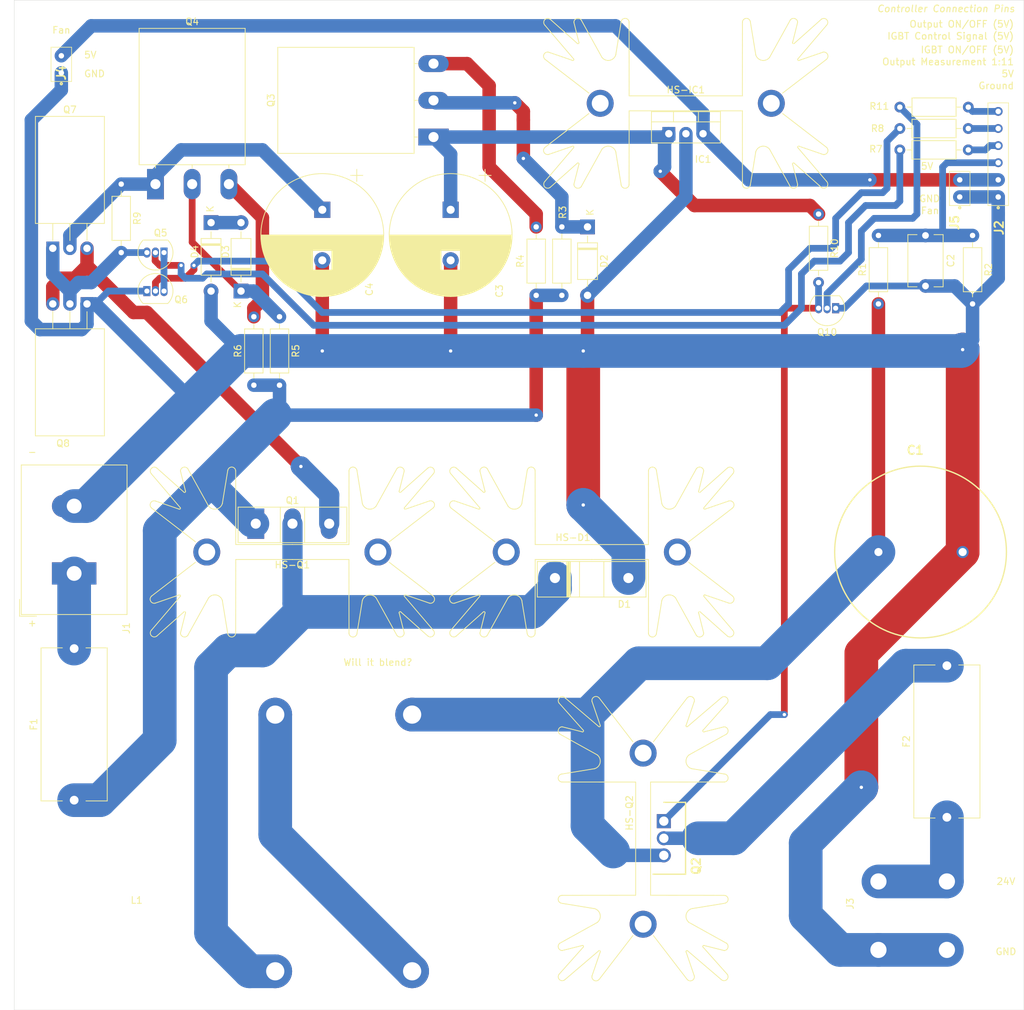
<source format=kicad_pcb>
(kicad_pcb (version 20171130) (host pcbnew "(5.1.7)-1")
  (layers (0 F.Cu signal) (31 B.Cu signal) (34 B.Paste user) (35 F.Paste user) (36 B.SilkS user) (37 F.SilkS user) (38 B.Mask user) (39 F.Mask user) (44 Edge.Cuts user))
  (net 0 "")
  (net 1 "Net-(C1-Pad1)")
  (net 2 "Net-(C1-Pad2)")
  (net 3 "Net-(C2-Pad1)")
  (net 4 "Net-(C3-Pad1)")
  (net 5 "Net-(C4-Pad1)")
  (net 6 "Net-(D1-Pad1)")
  (net 7 "Net-(D2-Pad1)")
  (net 8 "Net-(D3-Pad1)")
  (net 9 "Net-(D3-Pad2)")
  (net 10 "Net-(F1-Pad2)")
  (net 11 "Net-(F1-Pad1)")
  (net 12 "Net-(F2-Pad1)")
  (net 13 "Net-(F2-Pad2)")
  (net 14 "Net-(HS-D1-Pad1)")
  (net 15 "Net-(HS-IC1-Pad1)")
  (net 16 "Net-(HS-Q1-Pad1)")
  (net 17 "Net-(HS-Q2-Pad1)")
  (net 18 "Net-(IC1-Pad3)")
  (net 19 "Net-(J2-Pad4)")
  (net 20 "Net-(J2-Pad5)")
  (net 21 "Net-(J2-Pad6)")
  (net 22 "Net-(Q1-Pad3)")
  (net 23 "Net-(Q10-Pad3)")
  (net 24 "Net-(Q3-Pad3)")
  (net 25 "Net-(Q4-Pad3)")
  (net 26 "Net-(Q5-Pad1)")
  (net 27 "Net-(Q5-Pad3)")
  (net 28 "Net-(Q5-Pad2)")
  (net 29 "Net-(Q6-Pad2)")
  (net 30 "Net-(Q10-Pad2)")
  (net 31 "Net-(L1-Pad2)")
  (module dcconverter:rb8522_size5 (layer F.Cu) (at 66.04 142.875)
    (fp_text reference L1 (at -30.734 8.509) (layer F.SilkS))
    (fp_text value 769-0587)
    (pad "" np_thru_hole circle (at -27 0) (size 3.4 3.4) (drill 3.4) (layers *.Cu *.Mask))
    (pad "" np_thru_hole circle (at 27 0) (size 3.4 3.4) (drill 3.4) (layers *.Cu *.Mask))
    (pad 3 thru_hole circle (at -10.16 -19.05) (size 5 5) (drill 2.7) (layers *.Cu *.Mask) (net 31 "Net-(L1-Pad2)"))
    (pad 1 thru_hole circle (at -10.16 19.05) (size 5 5) (drill 2.7) (layers *.Cu *.Mask) (net 6 "Net-(D1-Pad1)"))
    (pad 4 thru_hole circle (at 10.16 -19.05) (size 5 5) (drill 2.7) (layers *.Cu *.Mask) (net 1 "Net-(C1-Pad1)"))
    (pad 2 thru_hole circle (at 10.16 19.05) (size 5 5) (drill 2.7) (layers *.Cu *.Mask) (net 31 "Net-(L1-Pad2)"))
  )
  (module Capacitor_THT:CP_Radial_D18.0mm_P7.50mm (layer F.Cu) (at 62.865 48.895 270)
    (fp_text reference C4 (at 11.811 -6.985 90) (layer F.SilkS))
    (fp_text value 711-2096)
    (pad 2 thru_hole circle (at 7.5 0 270) (size 2.4 2.4) (drill 1.2) (layers *.Cu *.Mask) (net 2 "Net-(C1-Pad2)"))
    (pad 1 thru_hole rect (at 0 0 270) (size 2.4 2.4) (drill 1.2) (layers *.Cu *.Mask) (net 5 "Net-(C4-Pad1)"))
  )
  (module Capacitor_THT:CP_Radial_D18.0mm_P7.50mm (layer F.Cu) (at 81.915 48.895 270)
    (fp_text reference C3 (at 12.065 -7.239 90) (layer F.SilkS))
    (fp_text value 711-2096)
    (pad 2 thru_hole circle (at 7.5 0 270) (size 2.4 2.4) (drill 1.2) (layers *.Cu *.Mask) (net 2 "Net-(C1-Pad2)"))
    (pad 1 thru_hole rect (at 0 0 270) (size 2.4 2.4) (drill 1.2) (layers *.Cu *.Mask) (net 4 "Net-(C3-Pad1)"))
  )
  (module Heatsink:Heatsink_Fischer_SK129-STS_42x25mm_2xDrill2.5mm (layer F.Cu) (at 58.42 99.695)
    (fp_text reference HS-Q1 (at 0 1.905) (layer F.SilkS))
    (fp_text value 893-4942)
    (pad 1 thru_hole circle (at -12.7 0 180) (size 4 4) (drill 2.5) (layers *.Cu *.Mask) (net 16 "Net-(HS-Q1-Pad1)"))
    (pad 1 thru_hole circle (at 12.7 0) (size 4 4) (drill 2.5) (layers *.Cu *.Mask) (net 16 "Net-(HS-Q1-Pad1)"))
  )
  (module Package_TO_SOT_THT:TO-220-3_Horizontal_TabDown (layer F.Cu) (at 27.94 62.865 180)
    (fp_text reference Q8 (at 3.556 -20.701) (layer F.SilkS))
    (fp_text value 671-4809)
    (pad 3 thru_hole oval (at 5.08 0 180) (size 1.905 2) (drill 1.1) (layers *.Cu *.Mask) (net 22 "Net-(Q1-Pad3)"))
    (pad 2 thru_hole oval (at 2.54 0 180) (size 1.905 2) (drill 1.1) (layers *.Cu *.Mask) (net 27 "Net-(Q5-Pad3)"))
    (pad 1 thru_hole rect (at 0 0 180) (size 1.905 2) (drill 1.1) (layers *.Cu *.Mask) (net 2 "Net-(C1-Pad2)"))
    (pad "" np_thru_hole oval (at 2.54 -16.66 180) (size 3.5 3.5) (drill 3.5) (layers *.Cu *.Mask))
  )
  (module SamacSys_Parts:CES-102-XX-Y-S (layer F.Cu) (at 157.48 46.99 90)
    (fp_text reference J5 (at -3.81 -0.762 90) (layer F.SilkS) (effects (font (size 1.27 1.27) (thickness 0.254))))
    (fp_text value 766-6604 hide)
    (pad 2 thru_hole circle (at 2.54 0 90) (size 1.31 1.31) (drill 0.81) (layers *.Cu *.Mask) (net 18 "Net-(IC1-Pad3)"))
    (pad 1 thru_hole circle (at 0 0 90) (size 1.31 1.31) (drill 0.81) (layers *.Cu *.Mask) (net 2 "Net-(C1-Pad2)"))
  )
  (module SamacSys_Parts:CES-102-XX-Y-S (layer F.Cu) (at 24.13 28.575 90)
    (fp_text reference J4 (at 0 0 90) (layer F.SilkS) (effects (font (size 1.27 1.27) (thickness 0.254))))
    (fp_text value 766-6604 hide)
    (pad 2 thru_hole circle (at 2.54 0 90) (size 1.31 1.31) (drill 0.81) (layers *.Cu *.Mask) (net 18 "Net-(IC1-Pad3)"))
    (pad 1 thru_hole circle (at 0 0 90) (size 1.31 1.31) (drill 0.81) (layers *.Cu *.Mask) (net 2 "Net-(C1-Pad2)"))
  )
  (module SamacSys_Parts:CAPPRD1250W100D2550H5200 (layer F.Cu) (at 145.415 99.695)
    (fp_text reference C1 (at 5.461 -15.113) (layer F.SilkS) (effects (font (size 1.27 1.27) (thickness 0.254))))
    (fp_text value 845-4749 hide)
    (pad 1 thru_hole rect (at 0 0) (size 1.8 1.8) (drill 1.2) (layers *.Cu *.Mask) (net 1 "Net-(C1-Pad1)"))
    (pad 2 thru_hole circle (at 12.5 0) (size 1.8 1.8) (drill 1.2) (layers *.Cu *.Mask) (net 2 "Net-(C1-Pad2)"))
  )
  (module Capacitor_THT:C_Disc_D7.5mm_W5.0mm_P7.50mm (layer F.Cu) (at 152.4 52.705 270)
    (fp_text reference C2 (at 3.75 -3.75 90) (layer F.SilkS))
    (fp_text value 831-2929)
    (pad 1 thru_hole circle (at 0 0 270) (size 2 2) (drill 1) (layers *.Cu *.Mask) (net 3 "Net-(C2-Pad1)"))
    (pad 2 thru_hole circle (at 7.5 0 270) (size 2 2) (drill 1) (layers *.Cu *.Mask) (net 2 "Net-(C1-Pad2)"))
  )
  (module Diode_THT:D_DO-247_Vertical (layer F.Cu) (at 97.4 103.555)
    (fp_text reference D1 (at 10.296 3.887) (layer F.SilkS))
    (fp_text value 192-966)
    (pad 1 thru_hole rect (at 0 0) (size 2.5 4.5) (drill 1.5) (layers *.Cu *.Mask) (net 6 "Net-(D1-Pad1)"))
    (pad 2 thru_hole oval (at 10.9 0) (size 2.5 4.5) (drill 1.5) (layers *.Cu *.Mask) (net 2 "Net-(C1-Pad2)"))
  )
  (module Diode_THT:D_DO-41_SOD81_P10.16mm_Horizontal (layer F.Cu) (at 102.235 51.435 270)
    (fp_text reference D2 (at 5.08 -2.47 90) (layer F.SilkS))
    (fp_text value 805-0094)
    (fp_text user K (at -2.159 -0.381 90) (layer F.SilkS))
    (pad 1 thru_hole rect (at 0 0 270) (size 2.2 2.2) (drill 1.1) (layers *.Cu *.Mask) (net 7 "Net-(D2-Pad1)"))
    (pad 2 thru_hole oval (at 10.16 0 270) (size 2.2 2.2) (drill 1.1) (layers *.Cu *.Mask) (net 2 "Net-(C1-Pad2)"))
  )
  (module Diode_THT:D_DO-41_SOD81_P10.16mm_Horizontal (layer F.Cu) (at 50.8 60.96 90)
    (fp_text reference D3 (at 5.842 -2.286 90) (layer F.SilkS))
    (fp_text value 800-8872)
    (fp_text user K (at -2.032 -0.508 90) (layer F.SilkS))
    (pad 1 thru_hole rect (at 0 0 90) (size 2.2 2.2) (drill 1.1) (layers *.Cu *.Mask) (net 8 "Net-(D3-Pad1)"))
    (pad 2 thru_hole oval (at 10.16 0 90) (size 2.2 2.2) (drill 1.1) (layers *.Cu *.Mask) (net 9 "Net-(D3-Pad2)"))
  )
  (module Diode_THT:D_DO-41_SOD81_P10.16mm_Horizontal (layer F.Cu) (at 46.355 50.8 270)
    (fp_text reference D4 (at 4.318 2.413 90) (layer F.SilkS))
    (fp_text value 800-8872)
    (fp_text user K (at -2.032 0.127 90) (layer F.SilkS))
    (pad 2 thru_hole oval (at 10.16 0 270) (size 2.2 2.2) (drill 1.1) (layers *.Cu *.Mask) (net 2 "Net-(C1-Pad2)"))
    (pad 1 thru_hole rect (at 0 0 270) (size 2.2 2.2) (drill 1.1) (layers *.Cu *.Mask) (net 9 "Net-(D3-Pad2)"))
  )
  (module Fuse:Fuseholder_Cylinder-5x20mm_Schurter_0031_8201_Horizontal_Open (layer F.Cu) (at 26.035 136.525 90)
    (fp_text reference F1 (at 11.25 -6 90) (layer F.SilkS))
    (fp_text value 176-9047)
    (pad "" np_thru_hole circle (at 11.25 0 90) (size 2.7 2.7) (drill 2.7) (layers *.Cu *.Mask))
    (pad 2 thru_hole circle (at 22.5 0 90) (size 3 3) (drill 1.3) (layers *.Cu *.Mask) (net 10 "Net-(F1-Pad2)"))
    (pad 1 thru_hole circle (at 0 0 90) (size 3 3) (drill 1.3) (layers *.Cu *.Mask) (net 11 "Net-(F1-Pad1)"))
  )
  (module Fuse:Fuseholder_Cylinder-5x20mm_Schurter_0031_8201_Horizontal_Open (layer F.Cu) (at 155.575 139.065 90)
    (fp_text reference F2 (at 11.25 -6 90) (layer F.SilkS))
    (fp_text value 176-9047)
    (pad 1 thru_hole circle (at 0 0 90) (size 3 3) (drill 1.3) (layers *.Cu *.Mask) (net 12 "Net-(F2-Pad1)"))
    (pad 2 thru_hole circle (at 22.5 0 90) (size 3 3) (drill 1.3) (layers *.Cu *.Mask) (net 13 "Net-(F2-Pad2)"))
    (pad "" np_thru_hole circle (at 11.25 0 90) (size 2.7 2.7) (drill 2.7) (layers *.Cu *.Mask))
  )
  (module Heatsink:Heatsink_Fischer_SK129-STS_42x25mm_2xDrill2.5mm (layer F.Cu) (at 102.87 99.695 180)
    (fp_text reference HS-D1 (at 2.794 2.159) (layer F.SilkS))
    (fp_text value 893-4942)
    (pad 1 thru_hole circle (at 12.7 0 180) (size 4 4) (drill 2.5) (layers *.Cu *.Mask) (net 14 "Net-(HS-D1-Pad1)"))
    (pad 1 thru_hole circle (at -12.7 0) (size 4 4) (drill 2.5) (layers *.Cu *.Mask) (net 14 "Net-(HS-D1-Pad1)"))
  )
  (module Heatsink:Heatsink_Fischer_SK129-STS_42x25mm_2xDrill2.5mm (layer F.Cu) (at 116.815001 33.090001)
    (fp_text reference HS-IC1 (at 0 -2) (layer F.SilkS))
    (fp_text value 893-4942)
    (pad 1 thru_hole circle (at 12.7 0) (size 4 4) (drill 2.5) (layers *.Cu *.Mask) (net 15 "Net-(HS-IC1-Pad1)"))
    (pad 1 thru_hole circle (at -12.7 0 180) (size 4 4) (drill 2.5) (layers *.Cu *.Mask) (net 15 "Net-(HS-IC1-Pad1)"))
  )
  (module Heatsink:Heatsink_Fischer_SK129-STS_42x25mm_2xDrill2.5mm (layer F.Cu) (at 110.49 142.24 90)
    (fp_text reference HS-Q2 (at 3.81 -2.032 90) (layer F.SilkS))
    (fp_text value 893-4942)
    (pad 1 thru_hole circle (at -12.7 0 270) (size 4 4) (drill 2.5) (layers *.Cu *.Mask) (net 17 "Net-(HS-Q2-Pad1)"))
    (pad 1 thru_hole circle (at 12.7 0 90) (size 4 4) (drill 2.5) (layers *.Cu *.Mask) (net 17 "Net-(HS-Q2-Pad1)"))
  )
  (module Package_TO_SOT_THT:TO-220-3_Vertical (layer F.Cu) (at 114.3 37.6)
    (fp_text reference IC1 (at 5.08 3.802) (layer F.SilkS))
    (fp_text value NCP7805TG)
    (pad 1 thru_hole rect (at 0 0) (size 1.905 2) (drill 1.1) (layers *.Cu *.Mask) (net 4 "Net-(C3-Pad1)"))
    (pad 2 thru_hole oval (at 2.54 0) (size 1.905 2) (drill 1.1) (layers *.Cu *.Mask) (net 2 "Net-(C1-Pad2)"))
    (pad 3 thru_hole oval (at 5.08 0) (size 1.905 2) (drill 1.1) (layers *.Cu *.Mask) (net 18 "Net-(IC1-Pad3)"))
  )
  (module TerminalBlock_Dinkle:TerminalBlock_Dinkle_DT-55-B01X-02_P10.00mm (layer F.Cu) (at 26.035 102.87 90)
    (fp_text reference J1 (at -8.128 7.747 90) (layer F.SilkS))
    (fp_text value 190-9991)
    (pad 1 thru_hole rect (at 0 0 90) (size 3.3 6.6) (drill 2.2) (layers *.Cu *.Mask) (net 10 "Net-(F1-Pad2)"))
    (pad 2 thru_hole oval (at 10 0 90) (size 3.3 6.6) (drill 2.2) (layers *.Cu *.Mask) (net 2 "Net-(C1-Pad2)"))
  )
  (module SamacSys_Parts:CES-106-XX-Y-S (layer F.Cu) (at 163.195 46.99 90)
    (fp_text reference J2 (at -4.572 0.127 90) (layer F.SilkS) (effects (font (size 1.27 1.27) (thickness 0.254))))
    (fp_text value 766-6629 hide)
    (pad 1 thru_hole circle (at 0 0 90) (size 1.31 1.31) (drill 0.81) (layers *.Cu *.Mask) (net 2 "Net-(C1-Pad2)"))
    (pad 2 thru_hole circle (at 2.54 0 90) (size 1.31 1.31) (drill 0.81) (layers *.Cu *.Mask) (net 18 "Net-(IC1-Pad3)"))
    (pad 3 thru_hole circle (at 5.08 0 90) (size 1.31 1.31) (drill 0.81) (layers *.Cu *.Mask) (net 3 "Net-(C2-Pad1)"))
    (pad 4 thru_hole circle (at 7.62 0 90) (size 1.31 1.31) (drill 0.81) (layers *.Cu *.Mask) (net 19 "Net-(J2-Pad4)"))
    (pad 5 thru_hole circle (at 10.16 0 90) (size 1.31 1.31) (drill 0.81) (layers *.Cu *.Mask) (net 20 "Net-(J2-Pad5)"))
    (pad 6 thru_hole circle (at 12.7 0 90) (size 1.31 1.31) (drill 0.81) (layers *.Cu *.Mask) (net 21 "Net-(J2-Pad6)"))
  )
  (module dcconverter:connector_2pin_P10.6mm (layer F.Cu) (at 145.415 148.59 270)
    (fp_text reference J3 (at 3.302 4.191 90) (layer F.SilkS))
    (fp_text value 146-8335)
    (pad 1 thru_hole circle (at 0 0 270) (size 4 4) (drill 2.4) (layers *.Cu *.Mask) (net 12 "Net-(F2-Pad1)"))
    (pad 1 thru_hole circle (at 0 -10.16 270) (size 4 4) (drill 2.4) (layers *.Cu *.Mask) (net 12 "Net-(F2-Pad1)"))
    (pad 2 thru_hole circle (at 10.16 -10.16 270) (size 4 4) (drill 2.4) (layers *.Cu *.Mask) (net 2 "Net-(C1-Pad2)"))
    (pad 2 thru_hole circle (at 10.16 0 270) (size 4 4) (drill 2.4) (layers *.Cu *.Mask) (net 2 "Net-(C1-Pad2)"))
  )
  (module Package_TO_SOT_THT:TO-247-3_Vertical (layer F.Cu) (at 52.99 95.485)
    (fp_text reference Q1 (at 5.45 -3.45) (layer F.SilkS))
    (fp_text value NGTB40N120FL2WG)
    (pad 1 thru_hole rect (at 0 0) (size 2.5 4.5) (drill 1.5) (layers *.Cu *.Mask) (net 11 "Net-(F1-Pad1)"))
    (pad 2 thru_hole oval (at 5.45 0) (size 2.5 4.5) (drill 1.5) (layers *.Cu *.Mask) (net 6 "Net-(D1-Pad1)"))
    (pad 3 thru_hole oval (at 10.9 0) (size 2.5 4.5) (drill 1.5) (layers *.Cu *.Mask) (net 22 "Net-(Q1-Pad3)"))
  )
  (module TO254P483X1016X2261-3P (layer F.Cu) (at 113.56 139.64 270)
    (fp_text reference Q2 (at 6.664 -4.804 90) (layer F.SilkS) (effects (font (size 1.27 1.27) (thickness 0.254))))
    (fp_text value FQP47P06 hide)
    (pad 1 thru_hole rect (at 0 0 270) (size 2.085 2.085) (drill 1.39) (layers *.Cu *.Mask) (net 23 "Net-(Q10-Pad3)"))
    (pad 2 thru_hole circle (at 2.54 0 270) (size 2.085 2.085) (drill 1.39) (layers *.Cu *.Mask) (net 13 "Net-(F2-Pad2)"))
    (pad 3 thru_hole circle (at 5.08 0 270) (size 2.085 2.085) (drill 1.39) (layers *.Cu *.Mask) (net 1 "Net-(C1-Pad1)"))
  )
  (module Package_TO_SOT_THT:TO-3P-3_Horizontal_TabDown (layer F.Cu) (at 79.375 38.1 90)
    (fp_text reference Q3 (at 5.45 -24.12 90) (layer F.SilkS))
    (fp_text value 2SK3747-1E)
    (pad "" np_thru_hole oval (at 5.45 -18.8 90) (size 3.4 3.4) (drill 3.4) (layers *.Cu *.Mask))
    (pad 1 thru_hole rect (at 0 0 90) (size 2.5 4.5) (drill 1.5) (layers *.Cu *.Mask) (net 4 "Net-(C3-Pad1)"))
    (pad 2 thru_hole oval (at 5.45 0 90) (size 2.5 4.5) (drill 1.5) (layers *.Cu *.Mask) (net 7 "Net-(D2-Pad1)"))
    (pad 3 thru_hole oval (at 10.9 0 90) (size 2.5 4.5) (drill 1.5) (layers *.Cu *.Mask) (net 24 "Net-(Q3-Pad3)"))
  )
  (module Package_TO_SOT_THT:TO-3P-3_Horizontal_TabDown (layer F.Cu) (at 38.1 45.085)
    (fp_text reference Q4 (at 5.45 -24.12) (layer F.SilkS))
    (fp_text value 2SK3747-1E)
    (pad 3 thru_hole oval (at 10.9 0) (size 2.5 4.5) (drill 1.5) (layers *.Cu *.Mask) (net 25 "Net-(Q4-Pad3)"))
    (pad 2 thru_hole oval (at 5.45 0) (size 2.5 4.5) (drill 1.5) (layers *.Cu *.Mask) (net 8 "Net-(D3-Pad1)"))
    (pad 1 thru_hole rect (at 0 0) (size 2.5 4.5) (drill 1.5) (layers *.Cu *.Mask) (net 5 "Net-(C4-Pad1)"))
    (pad "" np_thru_hole oval (at 5.45 -18.8) (size 3.4 3.4) (drill 3.4) (layers *.Cu *.Mask))
  )
  (module Package_TO_SOT_THT:TO-92_Inline (layer F.Cu) (at 39.37 55.245 180)
    (fp_text reference Q5 (at 0.508 2.921) (layer F.SilkS))
    (fp_text value 398-433)
    (pad 1 thru_hole rect (at 0 0 180) (size 1.05 1.5) (drill 0.75) (layers *.Cu *.Mask) (net 26 "Net-(Q5-Pad1)"))
    (pad 3 thru_hole oval (at 2.54 0 180) (size 1.05 1.5) (drill 0.75) (layers *.Cu *.Mask) (net 27 "Net-(Q5-Pad3)"))
    (pad 2 thru_hole oval (at 1.27 0 180) (size 1.05 1.5) (drill 0.75) (layers *.Cu *.Mask) (net 28 "Net-(Q5-Pad2)"))
  )
  (module Package_TO_SOT_THT:TO-92_Inline (layer F.Cu) (at 36.83 60.96)
    (fp_text reference Q6 (at 5.08 1.27) (layer F.SilkS))
    (fp_text value 398-433)
    (pad 2 thru_hole oval (at 1.27 0) (size 1.05 1.5) (drill 0.75) (layers *.Cu *.Mask) (net 29 "Net-(Q6-Pad2)"))
    (pad 3 thru_hole oval (at 2.54 0) (size 1.05 1.5) (drill 0.75) (layers *.Cu *.Mask) (net 26 "Net-(Q5-Pad1)"))
    (pad 1 thru_hole rect (at 0 0) (size 1.05 1.5) (drill 0.75) (layers *.Cu *.Mask) (net 2 "Net-(C1-Pad2)"))
  )
  (module Package_TO_SOT_THT:TO-220-3_Horizontal_TabDown (layer F.Cu) (at 22.86 54.61)
    (fp_text reference Q7 (at 2.54 -20.58) (layer F.SilkS))
    (fp_text value 671-5118)
    (pad "" np_thru_hole oval (at 2.54 -16.66) (size 3.5 3.5) (drill 3.5) (layers *.Cu *.Mask))
    (pad 1 thru_hole rect (at 0 0) (size 1.905 2) (drill 1.1) (layers *.Cu *.Mask) (net 27 "Net-(Q5-Pad3)"))
    (pad 2 thru_hole oval (at 2.54 0) (size 1.905 2) (drill 1.1) (layers *.Cu *.Mask) (net 5 "Net-(C4-Pad1)"))
    (pad 3 thru_hole oval (at 5.08 0) (size 1.905 2) (drill 1.1) (layers *.Cu *.Mask) (net 22 "Net-(Q1-Pad3)"))
  )
  (module Package_TO_SOT_THT:TO-92_Inline (layer F.Cu) (at 139.065 63.5 180)
    (fp_text reference Q10 (at 1.27 -3.56) (layer F.SilkS))
    (fp_text value 398-433)
    (pad 2 thru_hole oval (at 1.27 0 180) (size 1.05 1.5) (drill 0.75) (layers *.Cu *.Mask) (net 30 "Net-(Q10-Pad2)"))
    (pad 3 thru_hole oval (at 2.54 0 180) (size 1.05 1.5) (drill 0.75) (layers *.Cu *.Mask) (net 23 "Net-(Q10-Pad3)"))
    (pad 1 thru_hole rect (at 0 0 180) (size 1.05 1.5) (drill 0.75) (layers *.Cu *.Mask) (net 2 "Net-(C1-Pad2)"))
  )
  (module Resistor_THT:R_Axial_DIN0207_L6.3mm_D2.5mm_P10.16mm_Horizontal (layer F.Cu) (at 145.415 62.865 90)
    (fp_text reference R1 (at 5.08 -2.37 90) (layer F.SilkS))
    (fp_text value 1M)
    (pad 1 thru_hole circle (at 0 0 90) (size 1.6 1.6) (drill 0.8) (layers *.Cu *.Mask) (net 1 "Net-(C1-Pad1)"))
    (pad 2 thru_hole oval (at 10.16 0 90) (size 1.6 1.6) (drill 0.8) (layers *.Cu *.Mask) (net 3 "Net-(C2-Pad1)"))
  )
  (module Resistor_THT:R_Axial_DIN0207_L6.3mm_D2.5mm_P10.16mm_Horizontal (layer F.Cu) (at 159.385 52.705 270)
    (fp_text reference R2 (at 5.08 -2.37 90) (layer F.SilkS))
    (fp_text value 100k)
    (pad 2 thru_hole oval (at 10.16 0 270) (size 1.6 1.6) (drill 0.8) (layers *.Cu *.Mask) (net 2 "Net-(C1-Pad2)"))
    (pad 1 thru_hole circle (at 0 0 270) (size 1.6 1.6) (drill 0.8) (layers *.Cu *.Mask) (net 3 "Net-(C2-Pad1)"))
  )
  (module Resistor_THT:R_Axial_DIN0207_L6.3mm_D2.5mm_P10.16mm_Horizontal (layer F.Cu) (at 98.425 61.595 90)
    (fp_text reference R3 (at 12.319 0.127 90) (layer F.SilkS))
    (fp_text value 10M)
    (pad 2 thru_hole oval (at 10.16 0 90) (size 1.6 1.6) (drill 0.8) (layers *.Cu *.Mask) (net 7 "Net-(D2-Pad1)"))
    (pad 1 thru_hole circle (at 0 0 90) (size 1.6 1.6) (drill 0.8) (layers *.Cu *.Mask) (net 11 "Net-(F1-Pad1)"))
  )
  (module Resistor_THT:R_Axial_DIN0207_L6.3mm_D2.5mm_P10.16mm_Horizontal (layer F.Cu) (at 94.615 61.595 90)
    (fp_text reference R4 (at 5.08 -2.37 90) (layer F.SilkS))
    (fp_text value 707-8546)
    (pad 1 thru_hole circle (at 0 0 90) (size 1.6 1.6) (drill 0.8) (layers *.Cu *.Mask) (net 11 "Net-(F1-Pad1)"))
    (pad 2 thru_hole oval (at 10.16 0 90) (size 1.6 1.6) (drill 0.8) (layers *.Cu *.Mask) (net 24 "Net-(Q3-Pad3)"))
  )
  (module Resistor_THT:R_Axial_DIN0207_L6.3mm_D2.5mm_P10.16mm_Horizontal (layer F.Cu) (at 56.515 74.93 90)
    (fp_text reference R5 (at 5.08 2.413 90) (layer F.SilkS))
    (fp_text value 10M)
    (pad 1 thru_hole circle (at 0 0 90) (size 1.6 1.6) (drill 0.8) (layers *.Cu *.Mask) (net 11 "Net-(F1-Pad1)"))
    (pad 2 thru_hole oval (at 10.16 0 90) (size 1.6 1.6) (drill 0.8) (layers *.Cu *.Mask) (net 8 "Net-(D3-Pad1)"))
  )
  (module Resistor_THT:R_Axial_DIN0207_L6.3mm_D2.5mm_P10.16mm_Horizontal (layer F.Cu) (at 52.705 74.93 90)
    (fp_text reference R6 (at 5.08 -2.37 90) (layer F.SilkS))
    (fp_text value 707-8546)
    (pad 2 thru_hole oval (at 10.16 0 90) (size 1.6 1.6) (drill 0.8) (layers *.Cu *.Mask) (net 25 "Net-(Q4-Pad3)"))
    (pad 1 thru_hole circle (at 0 0 90) (size 1.6 1.6) (drill 0.8) (layers *.Cu *.Mask) (net 11 "Net-(F1-Pad1)"))
  )
  (module Resistor_THT:R_Axial_DIN0207_L6.3mm_D2.5mm_P10.16mm_Horizontal (layer F.Cu) (at 148.59 40.005)
    (fp_text reference R7 (at -3.556 -0.127) (layer F.SilkS))
    (fp_text value 220)
    (pad 1 thru_hole circle (at 0 0) (size 1.6 1.6) (drill 0.8) (layers *.Cu *.Mask) (net 28 "Net-(Q5-Pad2)"))
    (pad 2 thru_hole oval (at 10.16 0) (size 1.6 1.6) (drill 0.8) (layers *.Cu *.Mask) (net 19 "Net-(J2-Pad4)"))
  )
  (module Resistor_THT:R_Axial_DIN0207_L6.3mm_D2.5mm_P10.16mm_Horizontal (layer F.Cu) (at 148.59 36.83)
    (fp_text reference R8 (at -3.302 0) (layer F.SilkS))
    (fp_text value 220)
    (pad 2 thru_hole oval (at 10.16 0) (size 1.6 1.6) (drill 0.8) (layers *.Cu *.Mask) (net 20 "Net-(J2-Pad5)"))
    (pad 1 thru_hole circle (at 0 0) (size 1.6 1.6) (drill 0.8) (layers *.Cu *.Mask) (net 29 "Net-(Q6-Pad2)"))
  )
  (module Resistor_THT:R_Axial_DIN0207_L6.3mm_D2.5mm_P10.16mm_Horizontal (layer F.Cu) (at 33.02 45.085 270)
    (fp_text reference R9 (at 5.08 -2.37 90) (layer F.SilkS))
    (fp_text value 1k)
    (pad 1 thru_hole circle (at 0 0 270) (size 1.6 1.6) (drill 0.8) (layers *.Cu *.Mask) (net 5 "Net-(C4-Pad1)"))
    (pad 2 thru_hole oval (at 10.16 0 270) (size 1.6 1.6) (drill 0.8) (layers *.Cu *.Mask) (net 27 "Net-(Q5-Pad3)"))
  )
  (module Resistor_THT:R_Axial_DIN0207_L6.3mm_D2.5mm_P10.16mm_Horizontal (layer F.Cu) (at 136.525 49.53 270)
    (fp_text reference R10 (at 5.08 -2.37 90) (layer F.SilkS))
    (fp_text value 10k)
    (pad 2 thru_hole oval (at 10.16 0 270) (size 1.6 1.6) (drill 0.8) (layers *.Cu *.Mask) (net 23 "Net-(Q10-Pad3)"))
    (pad 1 thru_hole circle (at 0 0 270) (size 1.6 1.6) (drill 0.8) (layers *.Cu *.Mask) (net 4 "Net-(C3-Pad1)"))
  )
  (module Resistor_THT:R_Axial_DIN0207_L6.3mm_D2.5mm_P10.16mm_Horizontal (layer F.Cu) (at 148.59 33.655)
    (fp_text reference R11 (at -3.048 -0.127) (layer F.SilkS))
    (fp_text value 220)
    (pad 1 thru_hole circle (at 0 0) (size 1.6 1.6) (drill 0.8) (layers *.Cu *.Mask) (net 30 "Net-(Q10-Pad2)"))
    (pad 2 thru_hole oval (at 10.16 0) (size 1.6 1.6) (drill 0.8) (layers *.Cu *.Mask) (net 21 "Net-(J2-Pad6)"))
  )
  (gr_text GND (at 164.338 159.004) (layer F.SilkS) (effects (font (size 1 1))))
  (gr_text 24V (at 164.338 148.59) (layer F.SilkS) (effects (font (size 1 1))))
  (gr_text + (at 19.812 110.236) (layer F.SilkS) (effects (font (size 1 1))))
  (gr_text - (at 19.812 84.836) (layer F.SilkS) (effects (font (size 1 1))))
  (gr_text "Will it blend?" (at 71.12 116.078) (layer F.SilkS) (effects (font (size 1 1))))
  (gr_text "Output ON/OFF (5V)" (at 165.608 21.336) (layer F.SilkS) (effects (font (size 1 1)) (justify right)))
  (gr_text "IGBT Control Signal (5V)" (at 165.608 23.114) (layer F.SilkS) (effects (font (size 1 1)) (justify right)))
  (gr_text "IGBT ON/OFF (5V)" (at 165.608 25.146) (layer F.SilkS) (effects (font (size 1 1)) (justify right)))
  (gr_text "Output Measurement 1:11" (at 165.608 26.924) (layer F.SilkS) (effects (font (size 1 1)) (justify right)))
  (gr_text 5V (at 165.608 28.702) (layer F.SilkS) (effects (font (size 1 1)) (justify right)))
  (gr_text Ground (at 165.608 30.48) (layer F.SilkS) (effects (font (size 1 1)) (justify right)))
  (gr_text "Controller Connection Pins" (at 155.448 19.05) (layer F.SilkS) (effects (font (size 1 1) (thickness 0.15) italic)))
  (gr_text Fan (at 151.638 49.022) (layer F.SilkS) (effects (font (size 1 1)) (justify left)))
  (gr_text 5V (at 151.638 42.418) (layer F.SilkS) (effects (font (size 1 1)) (justify left)))
  (gr_text GND (at 151.384 47.244) (layer F.SilkS) (effects (font (size 1 1)) (justify left)))
  (gr_text GND (at 27.432 28.702) (layer F.SilkS) (effects (font (size 1 1)) (justify left)))
  (gr_text 5V (at 27.432 25.908) (layer F.SilkS) (effects (font (size 1 1)) (justify left)))
  (gr_text Fan (at 24.13 22.225) (layer F.SilkS) (effects (font (size 1 1))))
  (gr_line (start 167.005 167.64) (end 17.145 167.64) (layer Edge.Cuts) (width 0.05))
  (gr_line (start 167.005 17.78) (end 167.005 167.64) (layer Edge.Cuts) (width 0.05))
  (gr_line (start 17.145 17.78) (end 167.005 17.78) (layer Edge.Cuts) (width 0.05))
  (gr_line (start 17.145 167.64) (end 17.145 17.78) (layer Edge.Cuts) (width 0.05))
  (segment (start 128.905 116.205) (end 109.855 116.205) (width 5) (layer B.Cu) (net 1))
  (segment (start 145.415 99.695) (end 128.905 116.205) (width 5) (layer B.Cu) (net 1))
  (segment (start 102.235 123.825) (end 109.855 116.205) (width 5) (layer B.Cu) (net 1))
  (segment (start 76.2 123.825) (end 102.235 123.825) (width 5) (layer B.Cu) (net 1))
  (segment (start 102.235 123.825) (end 102.235 140.335) (width 5) (layer B.Cu) (net 1))
  (segment (start 102.235 140.335) (end 106.045 144.145) (width 5) (layer B.Cu) (net 1))
  (segment (start 106.62 144.72) (end 113.56 144.72) (width 2) (layer B.Cu) (net 1))
  (segment (start 106.045 144.145) (end 106.62 144.72) (width 2) (layer B.Cu) (net 1))
  (segment (start 145.415 99.695) (end 145.415 62.865) (width 2) (layer F.Cu) (net 1))
  (segment (start 145.415 158.75) (end 155.575 158.75) (width 5) (layer B.Cu) (net 2))
  (segment (start 157.915 99.695) (end 142.875 114.735) (width 5) (layer F.Cu) (net 2))
  (segment (start 142.875 114.735) (end 142.875 134.62) (width 5) (layer F.Cu) (net 2))
  (segment (start 142.875 134.62) (end 142.875 134.62) (width 5) (layer F.Cu) (net 2))
  (via (at 142.875 134.62) (size 5) (drill 0.5) (layers F.Cu B.Cu) (net 2))
  (segment (start 145.415 158.75) (end 139.7 158.75) (width 5) (layer B.Cu) (net 2))
  (segment (start 139.7 158.75) (end 134.62 153.67) (width 5) (layer B.Cu) (net 2))
  (segment (start 134.62 142.875) (end 142.875 134.62) (width 5) (layer B.Cu) (net 2))
  (segment (start 134.62 153.67) (end 134.62 142.875) (width 5) (layer B.Cu) (net 2))
  (segment (start 157.915 99.695) (end 157.915 69.65) (width 5) (layer F.Cu) (net 2))
  (segment (start 157.915 69.65) (end 157.915 69.65) (width 5) (layer F.Cu) (net 2))
  (via (at 157.915 69.65) (size 5) (drill 0.5) (layers F.Cu B.Cu) (net 2))
  (segment (start 108.3 103.555) (end 108.3 99.41) (width 5) (layer B.Cu) (net 2))
  (segment (start 108.3 99.41) (end 101.6 92.71) (width 5) (layer B.Cu) (net 2))
  (segment (start 101.6 92.71) (end 101.6 92.71) (width 5) (layer B.Cu) (net 2))
  (via (at 101.6 92.71) (size 5) (drill 0.5) (layers F.Cu B.Cu) (net 2))
  (segment (start 101.6 92.71) (end 101.6 69.85) (width 5) (layer F.Cu) (net 2))
  (segment (start 101.6 69.85) (end 101.6 69.85) (width 5) (layer F.Cu) (net 2))
  (via (at 101.6 69.85) (size 5) (drill 0.5) (layers F.Cu B.Cu) (net 2))
  (segment (start 157.715 69.85) (end 157.915 69.65) (width 5) (layer B.Cu) (net 2))
  (segment (start 50.8 69.85) (end 157.715 69.85) (width 5) (layer B.Cu) (net 2))
  (segment (start 26.035 92.87) (end 27.78 92.87) (width 5) (layer B.Cu) (net 2))
  (segment (start 156.725 60.205) (end 159.385 62.865) (width 2) (layer B.Cu) (net 2))
  (segment (start 152.4 60.205) (end 156.725 60.205) (width 2) (layer B.Cu) (net 2))
  (segment (start 159.385 68.18) (end 157.915 69.65) (width 2) (layer B.Cu) (net 2))
  (segment (start 159.385 62.865) (end 159.385 68.18) (width 2) (layer B.Cu) (net 2))
  (segment (start 159.385 62.865) (end 163.195 59.055) (width 2) (layer B.Cu) (net 2))
  (segment (start 163.195 59.055) (end 163.195 49.53) (width 2) (layer B.Cu) (net 2))
  (segment (start 51.435 69.215) (end 50.8 69.85) (width 2) (layer B.Cu) (net 2))
  (segment (start 29.21 62.865) (end 43.4975 77.1525) (width 2) (layer B.Cu) (net 2))
  (segment (start 27.94 62.865) (end 29.21 62.865) (width 2) (layer B.Cu) (net 2))
  (segment (start 43.4975 77.1525) (end 50.8 69.85) (width 5) (layer B.Cu) (net 2))
  (segment (start 27.78 92.87) (end 43.4975 77.1525) (width 5) (layer B.Cu) (net 2))
  (segment (start 31.115 60.96) (end 29.21 62.865) (width 1) (layer B.Cu) (net 2))
  (segment (start 36.83 60.96) (end 31.115 60.96) (width 1) (layer B.Cu) (net 2))
  (segment (start 139.065 63.5) (end 140.335 63.5) (width 1) (layer B.Cu) (net 2))
  (segment (start 143.63 60.205) (end 152.4 60.205) (width 1) (layer B.Cu) (net 2))
  (segment (start 140.335 63.5) (end 143.63 60.205) (width 1) (layer B.Cu) (net 2))
  (segment (start 46.355 65.405) (end 50.8 69.85) (width 2) (layer B.Cu) (net 2))
  (segment (start 46.355 60.96) (end 46.355 65.405) (width 2) (layer B.Cu) (net 2))
  (segment (start 62.865 56.395) (end 62.865 69.85) (width 2) (layer F.Cu) (net 2))
  (segment (start 62.865 69.85) (end 62.865 69.85) (width 2) (layer F.Cu) (net 2))
  (via (at 62.865 69.85) (size 2) (drill 0.5) (layers F.Cu B.Cu) (net 2))
  (segment (start 81.915 56.395) (end 81.915 69.85) (width 2) (layer F.Cu) (net 2))
  (segment (start 81.915 69.85) (end 81.915 69.85) (width 2) (layer F.Cu) (net 2))
  (via (at 81.915 69.85) (size 2) (drill 0.5) (layers F.Cu B.Cu) (net 2))
  (segment (start 102.235 69.215) (end 101.6 69.85) (width 2) (layer F.Cu) (net 2))
  (segment (start 102.235 61.595) (end 102.235 69.215) (width 2) (layer F.Cu) (net 2))
  (segment (start 116.84 46.99) (end 102.235 61.595) (width 2) (layer B.Cu) (net 2))
  (segment (start 116.84 37.6) (end 116.84 46.99) (width 2) (layer B.Cu) (net 2))
  (segment (start 163.195 49.53) (end 163.195 46.99) (width 2) (layer B.Cu) (net 2))
  (segment (start 163.195 46.99) (end 157.48 46.99) (width 2) (layer B.Cu) (net 2))
  (segment (start 24.13 28.575) (end 24.13 31.115) (width 2) (layer B.Cu) (net 2))
  (segment (start 24.13 31.115) (end 19.685 35.56) (width 2) (layer B.Cu) (net 2))
  (segment (start 19.685 35.56) (end 19.685 65.405) (width 2) (layer B.Cu) (net 2))
  (segment (start 19.685 65.405) (end 20.955 66.675) (width 2) (layer B.Cu) (net 2))
  (segment (start 27.94 65.865) (end 27.94 62.865) (width 2) (layer B.Cu) (net 2))
  (segment (start 27.13 66.675) (end 27.94 65.865) (width 2) (layer B.Cu) (net 2))
  (segment (start 20.955 66.675) (end 27.13 66.675) (width 2) (layer B.Cu) (net 2))
  (segment (start 152.4 52.705) (end 145.415 52.705) (width 2) (layer B.Cu) (net 3))
  (segment (start 163.195 41.91) (end 155.575 41.91) (width 1) (layer B.Cu) (net 3))
  (segment (start 155.575 41.91) (end 154.94 42.545) (width 1) (layer B.Cu) (net 3))
  (segment (start 154.94 42.545) (end 154.94 52.705) (width 1) (layer B.Cu) (net 3))
  (segment (start 154.94 52.705) (end 152.4 52.705) (width 2) (layer B.Cu) (net 3))
  (segment (start 159.385 52.705) (end 154.94 52.705) (width 2) (layer B.Cu) (net 3))
  (segment (start 114.3 37.6) (end 114.165 37.6) (width 2) (layer B.Cu) (net 4))
  (segment (start 113.665 38.1) (end 79.375 38.1) (width 2) (layer B.Cu) (net 4))
  (segment (start 114.165 37.6) (end 113.665 38.1) (width 2) (layer B.Cu) (net 4))
  (segment (start 81.915 40.64) (end 79.375 38.1) (width 2) (layer B.Cu) (net 4))
  (segment (start 81.915 48.895) (end 81.915 40.64) (width 2) (layer B.Cu) (net 4))
  (segment (start 114.3 37.6) (end 114.3 38.1) (width 2) (layer B.Cu) (net 4))
  (segment (start 114.3 38.1) (end 113.665 38.735) (width 2) (layer B.Cu) (net 4))
  (segment (start 113.665 38.735) (end 113.665 42.545) (width 2) (layer B.Cu) (net 4))
  (segment (start 113.665 42.545) (end 113.03 43.18) (width 2) (layer B.Cu) (net 4))
  (segment (start 113.03 43.18) (end 113.03 43.18) (width 2) (layer B.Cu) (net 4))
  (via (at 113.03 43.18) (size 2) (drill 0.5) (layers F.Cu B.Cu) (net 4))
  (segment (start 135.255 48.26) (end 136.525 49.53) (width 2) (layer F.Cu) (net 4))
  (segment (start 118.11 48.26) (end 135.255 48.26) (width 2) (layer F.Cu) (net 4))
  (segment (start 113.03 43.18) (end 118.11 48.26) (width 2) (layer F.Cu) (net 4))
  (segment (start 25.4 52.705) (end 25.4 54.61) (width 2) (layer B.Cu) (net 5))
  (segment (start 33.02 45.085) (end 25.4 52.705) (width 2) (layer B.Cu) (net 5))
  (segment (start 33.02 45.085) (end 38.1 45.085) (width 2) (layer B.Cu) (net 5))
  (segment (start 38.1 45.085) (end 38.1 43.815) (width 2) (layer B.Cu) (net 5))
  (segment (start 38.1 43.815) (end 41.91 40.005) (width 2) (layer B.Cu) (net 5))
  (segment (start 53.975 40.005) (end 62.865 48.895) (width 2) (layer B.Cu) (net 5))
  (segment (start 41.91 40.005) (end 53.975 40.005) (width 2) (layer B.Cu) (net 5))
  (segment (start 52.07 161.925) (end 55.88 161.925) (width 5) (layer B.Cu) (net 6))
  (segment (start 46.355 116.84) (end 46.355 156.21) (width 5) (layer B.Cu) (net 6))
  (segment (start 46.355 156.21) (end 52.07 161.925) (width 5) (layer B.Cu) (net 6))
  (segment (start 48.895 114.3) (end 46.355 116.84) (width 5) (layer B.Cu) (net 6))
  (segment (start 53.975 114.3) (end 48.895 114.3) (width 5) (layer B.Cu) (net 6))
  (segment (start 59.69 108.585) (end 53.975 114.3) (width 5) (layer B.Cu) (net 6))
  (segment (start 58.44 107.335) (end 59.69 108.585) (width 3) (layer B.Cu) (net 6))
  (segment (start 58.44 95.485) (end 58.44 107.335) (width 3) (layer B.Cu) (net 6))
  (segment (start 97.4 103.555) (end 97.4 105.165) (width 5) (layer B.Cu) (net 6))
  (segment (start 93.98 108.585) (end 59.69 108.585) (width 5) (layer B.Cu) (net 6))
  (segment (start 97.4 105.165) (end 93.98 108.585) (width 5) (layer B.Cu) (net 6))
  (segment (start 102.235 51.435) (end 98.425 51.435) (width 2) (layer B.Cu) (net 7))
  (segment (start 98.425 51.435) (end 98.425 46.99) (width 2) (layer B.Cu) (net 7))
  (segment (start 98.425 46.99) (end 92.71 41.275) (width 2) (layer B.Cu) (net 7))
  (segment (start 92.71 41.275) (end 92.71 41.275) (width 2) (layer B.Cu) (net 7))
  (via (at 92.71 41.275) (size 2) (drill 0.5) (layers F.Cu B.Cu) (net 7))
  (segment (start 92.71 41.275) (end 92.71 35.56) (width 2) (layer F.Cu) (net 7))
  (segment (start 92.71 35.56) (end 92.71 34.29) (width 2) (layer F.Cu) (net 7))
  (segment (start 92.71 34.29) (end 91.44 33.02) (width 2) (layer F.Cu) (net 7))
  (segment (start 91.44 33.02) (end 91.44 33.02) (width 2) (layer F.Cu) (net 7))
  (via (at 91.44 33.02) (size 2) (drill 0.5) (layers F.Cu B.Cu) (net 7))
  (segment (start 79.745 33.02) (end 79.375 32.65) (width 2) (layer B.Cu) (net 7))
  (segment (start 91.44 33.02) (end 79.745 33.02) (width 2) (layer B.Cu) (net 7))
  (segment (start 52.705 60.96) (end 50.8 60.96) (width 2) (layer B.Cu) (net 8))
  (segment (start 56.515 64.77) (end 52.705 60.96) (width 2) (layer B.Cu) (net 8))
  (segment (start 43.55 53.71) (end 43.55 45.085) (width 1) (layer F.Cu) (net 8))
  (segment (start 50.8 60.96) (end 43.55 53.71) (width 1) (layer F.Cu) (net 8))
  (segment (start 46.355 50.8) (end 50.8 50.8) (width 2) (layer B.Cu) (net 9))
  (segment (start 26.035 102.87) (end 26.035 114.025) (width 5) (layer B.Cu) (net 10))
  (segment (start 26.035 136.525) (end 29.845 136.525) (width 5) (layer B.Cu) (net 11))
  (segment (start 29.845 136.525) (end 38.735 127.635) (width 5) (layer B.Cu) (net 11))
  (segment (start 38.735 127.635) (end 38.735 96.52) (width 5) (layer B.Cu) (net 11))
  (segment (start 52.305 95.485) (end 46.0375 89.2175) (width 4) (layer B.Cu) (net 11))
  (segment (start 52.99 95.485) (end 52.305 95.485) (width 4) (layer B.Cu) (net 11))
  (segment (start 46.0375 89.2175) (end 55.88 79.375) (width 5) (layer B.Cu) (net 11))
  (segment (start 38.735 96.52) (end 46.0375 89.2175) (width 5) (layer B.Cu) (net 11))
  (segment (start 56.515 78.74) (end 55.88 79.375) (width 2) (layer B.Cu) (net 11))
  (segment (start 56.515 74.93) (end 56.515 78.74) (width 2) (layer B.Cu) (net 11))
  (segment (start 56.515 74.93) (end 52.705 74.93) (width 2) (layer B.Cu) (net 11))
  (segment (start 98.425 61.595) (end 94.615 61.595) (width 2) (layer B.Cu) (net 11))
  (segment (start 94.615 61.595) (end 94.615 79.375) (width 2) (layer F.Cu) (net 11))
  (segment (start 94.615 79.375) (end 94.615 79.375) (width 2) (layer F.Cu) (net 11))
  (via (at 94.615 79.375) (size 2) (drill 0.5) (layers F.Cu B.Cu) (net 11))
  (segment (start 57.15 79.375) (end 56.515 78.74) (width 2) (layer B.Cu) (net 11))
  (segment (start 94.615 79.375) (end 57.15 79.375) (width 2) (layer B.Cu) (net 11))
  (segment (start 145.415 148.59) (end 155.575 148.59) (width 5) (layer B.Cu) (net 12))
  (segment (start 155.575 148.59) (end 155.575 139.065) (width 5) (layer B.Cu) (net 12))
  (segment (start 113.56 142.18) (end 118.685 142.18) (width 2) (layer B.Cu) (net 13))
  (segment (start 118.685 142.18) (end 123.885 142.18) (width 5) (layer B.Cu) (net 13))
  (segment (start 149.5 116.565) (end 155.575 116.565) (width 5) (layer B.Cu) (net 13))
  (segment (start 123.885 142.18) (end 149.5 116.565) (width 5) (layer B.Cu) (net 13))
  (segment (start 163.195 44.45) (end 157.48 44.45) (width 2) (layer B.Cu) (net 18))
  (segment (start 157.48 44.45) (end 144.145 44.45) (width 2) (layer F.Cu) (net 18))
  (segment (start 144.145 44.45) (end 144.145 44.45) (width 2) (layer F.Cu) (net 18))
  (via (at 144.145 44.45) (size 2) (drill 0.5) (layers F.Cu B.Cu) (net 18))
  (segment (start 126.23 44.45) (end 119.38 37.6) (width 2) (layer B.Cu) (net 18))
  (segment (start 144.145 44.45) (end 126.23 44.45) (width 2) (layer B.Cu) (net 18))
  (segment (start 119.38 34.6) (end 106.37 21.59) (width 2) (layer B.Cu) (net 18))
  (segment (start 119.38 37.6) (end 119.38 34.6) (width 2) (layer B.Cu) (net 18))
  (segment (start 28.575 21.59) (end 24.13 26.035) (width 2) (layer B.Cu) (net 18))
  (segment (start 106.37 21.59) (end 28.575 21.59) (width 2) (layer B.Cu) (net 18))
  (segment (start 158.75 40.005) (end 161.29 40.005) (width 1) (layer B.Cu) (net 19))
  (segment (start 161.925 39.37) (end 163.195 39.37) (width 1) (layer B.Cu) (net 19))
  (segment (start 161.29 40.005) (end 161.925 39.37) (width 1) (layer B.Cu) (net 19))
  (segment (start 163.195 36.83) (end 158.75 36.83) (width 1) (layer B.Cu) (net 20))
  (segment (start 159.385 34.29) (end 158.75 33.655) (width 1) (layer B.Cu) (net 21))
  (segment (start 163.195 34.29) (end 159.385 34.29) (width 1) (layer B.Cu) (net 21))
  (segment (start 63.89 95.485) (end 63.89 91.195) (width 3) (layer B.Cu) (net 22))
  (segment (start 63.89 91.195) (end 59.69 86.995) (width 3) (layer B.Cu) (net 22))
  (segment (start 59.69 86.995) (end 59.69 86.995) (width 3) (layer B.Cu) (net 22))
  (via (at 59.69 86.995) (size 3) (drill 0.5) (layers F.Cu B.Cu) (net 22))
  (segment (start 27.94 57.233392) (end 26.118392 59.055) (width 2) (layer F.Cu) (net 22))
  (segment (start 27.94 54.61) (end 27.94 57.233392) (width 2) (layer F.Cu) (net 22))
  (segment (start 26.118392 59.055) (end 24.13 59.055) (width 2) (layer F.Cu) (net 22))
  (segment (start 22.86 60.325) (end 22.86 62.865) (width 2) (layer F.Cu) (net 22))
  (segment (start 24.13 59.055) (end 22.86 60.325) (width 2) (layer F.Cu) (net 22))
  (segment (start 34.841608 64.135) (end 27.94 57.233392) (width 2) (layer F.Cu) (net 22))
  (segment (start 36.83 64.135) (end 34.841608 64.135) (width 2) (layer F.Cu) (net 22))
  (segment (start 59.69 86.995) (end 36.83 64.135) (width 2) (layer F.Cu) (net 22))
  (segment (start 131.445 63.5) (end 136.525 63.5) (width 1) (layer F.Cu) (net 23))
  (segment (start 131.445 63.5) (end 131.445 123.825) (width 1) (layer F.Cu) (net 23))
  (segment (start 136.525 63.5) (end 136.525 59.69) (width 1) (layer B.Cu) (net 23))
  (segment (start 131.445 123.825) (end 131.445 123.825) (width 1) (layer F.Cu) (net 23))
  (via (at 131.445 123.825) (size 1) (drill 0.5) (layers F.Cu B.Cu) (net 23))
  (segment (start 129.375 123.825) (end 113.56 139.64) (width 1) (layer B.Cu) (net 23))
  (segment (start 131.445 123.825) (end 129.375 123.825) (width 1) (layer B.Cu) (net 23))
  (segment (start 84.35 27.2) (end 79.375 27.2) (width 2) (layer F.Cu) (net 24))
  (segment (start 87.63 42.545) (end 87.63 30.48) (width 2) (layer F.Cu) (net 24))
  (segment (start 94.615 49.53) (end 87.63 42.545) (width 2) (layer F.Cu) (net 24))
  (segment (start 87.63 30.48) (end 84.35 27.2) (width 2) (layer F.Cu) (net 24))
  (segment (start 94.615 51.435) (end 94.615 49.53) (width 2) (layer F.Cu) (net 24))
  (segment (start 53.975 50.06) (end 49 45.085) (width 2) (layer F.Cu) (net 25))
  (segment (start 53.975 62.23) (end 53.975 50.06) (width 2) (layer F.Cu) (net 25))
  (segment (start 52.705 63.5) (end 53.975 62.23) (width 2) (layer F.Cu) (net 25))
  (segment (start 52.705 64.77) (end 52.705 63.5) (width 2) (layer F.Cu) (net 25))
  (segment (start 39.37 60.96) (end 39.37 55.245) (width 1) (layer B.Cu) (net 26))
  (segment (start 25.4 62.865) (end 25.4 60.96) (width 2) (layer B.Cu) (net 27))
  (segment (start 22.86 58.42) (end 22.86 54.61) (width 2) (layer B.Cu) (net 27))
  (segment (start 25.4 60.96) (end 22.86 58.42) (width 2) (layer B.Cu) (net 27))
  (segment (start 36.83 55.245) (end 33.02 55.245) (width 1) (layer B.Cu) (net 27))
  (segment (start 33.02 55.245) (end 28.575 59.69) (width 2) (layer B.Cu) (net 27))
  (segment (start 26.67 59.69) (end 25.4 60.96) (width 2) (layer B.Cu) (net 27))
  (segment (start 28.575 59.69) (end 26.67 59.69) (width 2) (layer B.Cu) (net 27))
  (segment (start 38.05501 55.28999) (end 38.05501 56.47001) (width 1) (layer F.Cu) (net 28))
  (segment (start 38.1 55.245) (end 38.05501 55.28999) (width 1) (layer F.Cu) (net 28))
  (segment (start 38.05501 56.47001) (end 38.735 57.15) (width 1) (layer F.Cu) (net 28))
  (segment (start 38.735 57.15) (end 41.91 57.15) (width 1) (layer F.Cu) (net 28))
  (segment (start 41.91 57.15) (end 41.91 57.15) (width 1) (layer F.Cu) (net 28))
  (via (at 41.91 57.15) (size 1) (drill 0.5) (layers F.Cu B.Cu) (net 28))
  (segment (start 148.59 47.625) (end 148.59 40.005) (width 1) (layer B.Cu) (net 28))
  (segment (start 147.955 48.26) (end 148.59 47.625) (width 1) (layer B.Cu) (net 28))
  (segment (start 143.51 48.26) (end 147.955 48.26) (width 1) (layer B.Cu) (net 28))
  (segment (start 140.97 50.8) (end 143.51 48.26) (width 1) (layer B.Cu) (net 28))
  (segment (start 53.975 58.42) (end 61.595 66.04) (width 1) (layer B.Cu) (net 28))
  (segment (start 41.91 58.42) (end 42.545 59.055) (width 1) (layer B.Cu) (net 28))
  (segment (start 139.7 56.515) (end 140.97 55.245) (width 1) (layer B.Cu) (net 28))
  (segment (start 42.545 59.055) (end 45.085 59.055) (width 1) (layer B.Cu) (net 28))
  (segment (start 135.89 56.515) (end 139.7 56.515) (width 1) (layer B.Cu) (net 28))
  (segment (start 45.085 59.055) (end 45.72 58.42) (width 1) (layer B.Cu) (net 28))
  (segment (start 133.985 58.42) (end 135.89 56.515) (width 1) (layer B.Cu) (net 28))
  (segment (start 45.72 58.42) (end 53.975 58.42) (width 1) (layer B.Cu) (net 28))
  (segment (start 61.595 66.04) (end 131.445 66.04) (width 1) (layer B.Cu) (net 28))
  (segment (start 131.445 66.04) (end 133.985 63.5) (width 1) (layer B.Cu) (net 28))
  (segment (start 133.985 63.5) (end 133.985 58.42) (width 1) (layer B.Cu) (net 28))
  (segment (start 41.91 57.15) (end 41.91 58.42) (width 1) (layer B.Cu) (net 28))
  (segment (start 140.97 55.245) (end 140.97 50.8) (width 1) (layer B.Cu) (net 28))
  (segment (start 38.1 60.96) (end 38.1 59.69) (width 1) (layer F.Cu) (net 29))
  (segment (start 38.1 59.69) (end 38.28001 59.50999) (width 1) (layer F.Cu) (net 29))
  (segment (start 38.28001 59.50999) (end 38.735 59.055) (width 1) (layer F.Cu) (net 29))
  (segment (start 38.735 59.055) (end 39.422425 59.055) (width 1) (layer F.Cu) (net 29))
  (segment (start 39.422425 59.055) (end 41.91 59.055) (width 1) (layer F.Cu) (net 29))
  (segment (start 41.91 59.055) (end 41.91 59.055) (width 1) (layer F.Cu) (net 29))
  (segment (start 41.91 59.055) (end 42.545 59.055) (width 1) (layer F.Cu) (net 29))
  (segment (start 42.545 59.055) (end 43.815 57.785) (width 1) (layer F.Cu) (net 29))
  (segment (start 43.815 57.785) (end 43.815 57.15) (width 1) (layer F.Cu) (net 29))
  (segment (start 43.815 57.15) (end 43.815 57.15) (width 1) (layer F.Cu) (net 29))
  (via (at 43.815 57.15) (size 1) (drill 0.5) (layers F.Cu B.Cu) (net 29))
  (segment (start 146.685 45.72) (end 146.685 38.735) (width 1) (layer B.Cu) (net 29))
  (segment (start 43.815 57.15) (end 44.45 56.515) (width 1) (layer B.Cu) (net 29))
  (segment (start 44.45 56.515) (end 55.245 56.515) (width 1) (layer B.Cu) (net 29))
  (segment (start 130.81 64.135) (end 132.08 62.865) (width 1) (layer B.Cu) (net 29))
  (segment (start 55.245 56.515) (end 62.865 64.135) (width 1) (layer B.Cu) (net 29))
  (segment (start 132.08 62.865) (end 132.08 57.785) (width 1) (layer B.Cu) (net 29))
  (segment (start 62.865 64.135) (end 130.81 64.135) (width 1) (layer B.Cu) (net 29))
  (segment (start 135.255 54.61) (end 138.43 54.61) (width 1) (layer B.Cu) (net 29))
  (segment (start 132.08 57.785) (end 135.255 54.61) (width 1) (layer B.Cu) (net 29))
  (segment (start 138.43 54.61) (end 139.065 53.975) (width 1) (layer B.Cu) (net 29))
  (segment (start 139.065 53.975) (end 139.065 50.165) (width 1) (layer B.Cu) (net 29))
  (segment (start 142.875 46.355) (end 146.05 46.355) (width 1) (layer B.Cu) (net 29))
  (segment (start 146.685 38.735) (end 148.59 36.83) (width 1) (layer B.Cu) (net 29))
  (segment (start 139.065 50.165) (end 142.875 46.355) (width 1) (layer B.Cu) (net 29))
  (segment (start 146.05 46.355) (end 146.685 45.72) (width 1) (layer B.Cu) (net 29))
  (segment (start 151.13 36.195) (end 148.59 33.655) (width 1) (layer B.Cu) (net 30))
  (segment (start 151.13 49.53) (end 151.13 36.195) (width 1) (layer B.Cu) (net 30))
  (segment (start 150.495 50.165) (end 151.13 49.53) (width 1) (layer B.Cu) (net 30))
  (segment (start 144.78 50.165) (end 150.495 50.165) (width 1) (layer B.Cu) (net 30))
  (segment (start 142.875 52.07) (end 144.78 50.165) (width 1) (layer B.Cu) (net 30))
  (segment (start 142.875 56.240843) (end 142.875 52.07) (width 1) (layer B.Cu) (net 30))
  (segment (start 137.795 61.320843) (end 142.875 56.240843) (width 1) (layer B.Cu) (net 30))
  (segment (start 137.795 63.5) (end 137.795 61.320843) (width 1) (layer B.Cu) (net 30))
  (segment (start 55.88 141.605) (end 76.2 161.925) (width 5) (layer B.Cu) (net 31))
  (segment (start 55.88 123.825) (end 55.88 141.605) (width 5) (layer B.Cu) (net 31))
)
</source>
